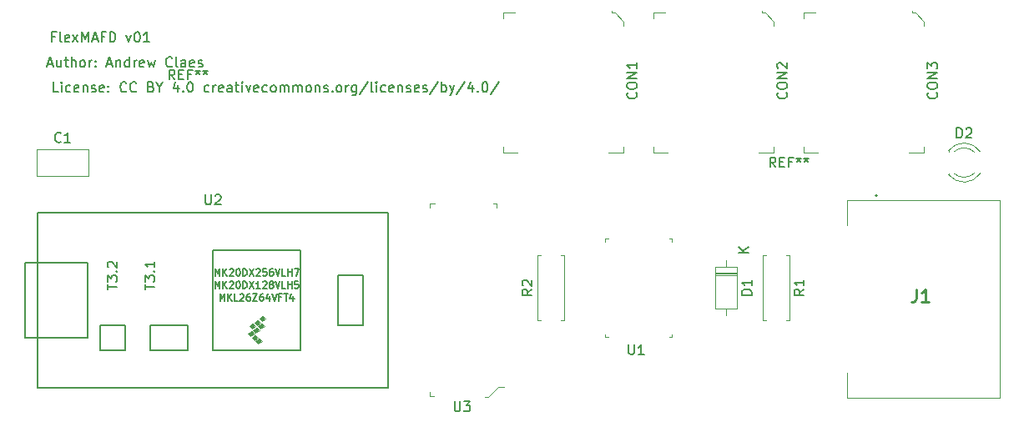
<source format=gto>
%TF.GenerationSoftware,KiCad,Pcbnew,(5.1.8-0-10_14)*%
%TF.CreationDate,2020-12-14T15:32:48+01:00*%
%TF.ProjectId,FlexMAFD,466c6578-4d41-4464-942e-6b696361645f,rev?*%
%TF.SameCoordinates,Original*%
%TF.FileFunction,Legend,Top*%
%TF.FilePolarity,Positive*%
%FSLAX46Y46*%
G04 Gerber Fmt 4.6, Leading zero omitted, Abs format (unit mm)*
G04 Created by KiCad (PCBNEW (5.1.8-0-10_14)) date 2020-12-14 15:32:48*
%MOMM*%
%LPD*%
G01*
G04 APERTURE LIST*
%ADD10C,0.150000*%
%ADD11C,0.120000*%
%ADD12C,0.100000*%
%ADD13C,0.200000*%
%ADD14C,0.254000*%
G04 APERTURE END LIST*
D10*
X30022380Y-52522380D02*
X29546190Y-52522380D01*
X29546190Y-51522380D01*
X30355714Y-52522380D02*
X30355714Y-51855714D01*
X30355714Y-51522380D02*
X30308095Y-51570000D01*
X30355714Y-51617619D01*
X30403333Y-51570000D01*
X30355714Y-51522380D01*
X30355714Y-51617619D01*
X31260476Y-52474761D02*
X31165238Y-52522380D01*
X30974761Y-52522380D01*
X30879523Y-52474761D01*
X30831904Y-52427142D01*
X30784285Y-52331904D01*
X30784285Y-52046190D01*
X30831904Y-51950952D01*
X30879523Y-51903333D01*
X30974761Y-51855714D01*
X31165238Y-51855714D01*
X31260476Y-51903333D01*
X32070000Y-52474761D02*
X31974761Y-52522380D01*
X31784285Y-52522380D01*
X31689047Y-52474761D01*
X31641428Y-52379523D01*
X31641428Y-51998571D01*
X31689047Y-51903333D01*
X31784285Y-51855714D01*
X31974761Y-51855714D01*
X32070000Y-51903333D01*
X32117619Y-51998571D01*
X32117619Y-52093809D01*
X31641428Y-52189047D01*
X32546190Y-51855714D02*
X32546190Y-52522380D01*
X32546190Y-51950952D02*
X32593809Y-51903333D01*
X32689047Y-51855714D01*
X32831904Y-51855714D01*
X32927142Y-51903333D01*
X32974761Y-51998571D01*
X32974761Y-52522380D01*
X33403333Y-52474761D02*
X33498571Y-52522380D01*
X33689047Y-52522380D01*
X33784285Y-52474761D01*
X33831904Y-52379523D01*
X33831904Y-52331904D01*
X33784285Y-52236666D01*
X33689047Y-52189047D01*
X33546190Y-52189047D01*
X33450952Y-52141428D01*
X33403333Y-52046190D01*
X33403333Y-51998571D01*
X33450952Y-51903333D01*
X33546190Y-51855714D01*
X33689047Y-51855714D01*
X33784285Y-51903333D01*
X34641428Y-52474761D02*
X34546190Y-52522380D01*
X34355714Y-52522380D01*
X34260476Y-52474761D01*
X34212857Y-52379523D01*
X34212857Y-51998571D01*
X34260476Y-51903333D01*
X34355714Y-51855714D01*
X34546190Y-51855714D01*
X34641428Y-51903333D01*
X34689047Y-51998571D01*
X34689047Y-52093809D01*
X34212857Y-52189047D01*
X35117619Y-52427142D02*
X35165238Y-52474761D01*
X35117619Y-52522380D01*
X35070000Y-52474761D01*
X35117619Y-52427142D01*
X35117619Y-52522380D01*
X35117619Y-51903333D02*
X35165238Y-51950952D01*
X35117619Y-51998571D01*
X35070000Y-51950952D01*
X35117619Y-51903333D01*
X35117619Y-51998571D01*
X36927142Y-52427142D02*
X36879523Y-52474761D01*
X36736666Y-52522380D01*
X36641428Y-52522380D01*
X36498571Y-52474761D01*
X36403333Y-52379523D01*
X36355714Y-52284285D01*
X36308095Y-52093809D01*
X36308095Y-51950952D01*
X36355714Y-51760476D01*
X36403333Y-51665238D01*
X36498571Y-51570000D01*
X36641428Y-51522380D01*
X36736666Y-51522380D01*
X36879523Y-51570000D01*
X36927142Y-51617619D01*
X37927142Y-52427142D02*
X37879523Y-52474761D01*
X37736666Y-52522380D01*
X37641428Y-52522380D01*
X37498571Y-52474761D01*
X37403333Y-52379523D01*
X37355714Y-52284285D01*
X37308095Y-52093809D01*
X37308095Y-51950952D01*
X37355714Y-51760476D01*
X37403333Y-51665238D01*
X37498571Y-51570000D01*
X37641428Y-51522380D01*
X37736666Y-51522380D01*
X37879523Y-51570000D01*
X37927142Y-51617619D01*
X39450952Y-51998571D02*
X39593809Y-52046190D01*
X39641428Y-52093809D01*
X39689047Y-52189047D01*
X39689047Y-52331904D01*
X39641428Y-52427142D01*
X39593809Y-52474761D01*
X39498571Y-52522380D01*
X39117619Y-52522380D01*
X39117619Y-51522380D01*
X39450952Y-51522380D01*
X39546190Y-51570000D01*
X39593809Y-51617619D01*
X39641428Y-51712857D01*
X39641428Y-51808095D01*
X39593809Y-51903333D01*
X39546190Y-51950952D01*
X39450952Y-51998571D01*
X39117619Y-51998571D01*
X40308095Y-52046190D02*
X40308095Y-52522380D01*
X39974761Y-51522380D02*
X40308095Y-52046190D01*
X40641428Y-51522380D01*
X42165238Y-51855714D02*
X42165238Y-52522380D01*
X41927142Y-51474761D02*
X41689047Y-52189047D01*
X42308095Y-52189047D01*
X42689047Y-52427142D02*
X42736666Y-52474761D01*
X42689047Y-52522380D01*
X42641428Y-52474761D01*
X42689047Y-52427142D01*
X42689047Y-52522380D01*
X43355714Y-51522380D02*
X43450952Y-51522380D01*
X43546190Y-51570000D01*
X43593809Y-51617619D01*
X43641428Y-51712857D01*
X43689047Y-51903333D01*
X43689047Y-52141428D01*
X43641428Y-52331904D01*
X43593809Y-52427142D01*
X43546190Y-52474761D01*
X43450952Y-52522380D01*
X43355714Y-52522380D01*
X43260476Y-52474761D01*
X43212857Y-52427142D01*
X43165238Y-52331904D01*
X43117619Y-52141428D01*
X43117619Y-51903333D01*
X43165238Y-51712857D01*
X43212857Y-51617619D01*
X43260476Y-51570000D01*
X43355714Y-51522380D01*
X45308095Y-52474761D02*
X45212857Y-52522380D01*
X45022380Y-52522380D01*
X44927142Y-52474761D01*
X44879523Y-52427142D01*
X44831904Y-52331904D01*
X44831904Y-52046190D01*
X44879523Y-51950952D01*
X44927142Y-51903333D01*
X45022380Y-51855714D01*
X45212857Y-51855714D01*
X45308095Y-51903333D01*
X45736666Y-52522380D02*
X45736666Y-51855714D01*
X45736666Y-52046190D02*
X45784285Y-51950952D01*
X45831904Y-51903333D01*
X45927142Y-51855714D01*
X46022380Y-51855714D01*
X46736666Y-52474761D02*
X46641428Y-52522380D01*
X46450952Y-52522380D01*
X46355714Y-52474761D01*
X46308095Y-52379523D01*
X46308095Y-51998571D01*
X46355714Y-51903333D01*
X46450952Y-51855714D01*
X46641428Y-51855714D01*
X46736666Y-51903333D01*
X46784285Y-51998571D01*
X46784285Y-52093809D01*
X46308095Y-52189047D01*
X47641428Y-52522380D02*
X47641428Y-51998571D01*
X47593809Y-51903333D01*
X47498571Y-51855714D01*
X47308095Y-51855714D01*
X47212857Y-51903333D01*
X47641428Y-52474761D02*
X47546190Y-52522380D01*
X47308095Y-52522380D01*
X47212857Y-52474761D01*
X47165238Y-52379523D01*
X47165238Y-52284285D01*
X47212857Y-52189047D01*
X47308095Y-52141428D01*
X47546190Y-52141428D01*
X47641428Y-52093809D01*
X47974761Y-51855714D02*
X48355714Y-51855714D01*
X48117619Y-51522380D02*
X48117619Y-52379523D01*
X48165238Y-52474761D01*
X48260476Y-52522380D01*
X48355714Y-52522380D01*
X48689047Y-52522380D02*
X48689047Y-51855714D01*
X48689047Y-51522380D02*
X48641428Y-51570000D01*
X48689047Y-51617619D01*
X48736666Y-51570000D01*
X48689047Y-51522380D01*
X48689047Y-51617619D01*
X49070000Y-51855714D02*
X49308095Y-52522380D01*
X49546190Y-51855714D01*
X50308095Y-52474761D02*
X50212857Y-52522380D01*
X50022380Y-52522380D01*
X49927142Y-52474761D01*
X49879523Y-52379523D01*
X49879523Y-51998571D01*
X49927142Y-51903333D01*
X50022380Y-51855714D01*
X50212857Y-51855714D01*
X50308095Y-51903333D01*
X50355714Y-51998571D01*
X50355714Y-52093809D01*
X49879523Y-52189047D01*
X51212857Y-52474761D02*
X51117619Y-52522380D01*
X50927142Y-52522380D01*
X50831904Y-52474761D01*
X50784285Y-52427142D01*
X50736666Y-52331904D01*
X50736666Y-52046190D01*
X50784285Y-51950952D01*
X50831904Y-51903333D01*
X50927142Y-51855714D01*
X51117619Y-51855714D01*
X51212857Y-51903333D01*
X51784285Y-52522380D02*
X51689047Y-52474761D01*
X51641428Y-52427142D01*
X51593809Y-52331904D01*
X51593809Y-52046190D01*
X51641428Y-51950952D01*
X51689047Y-51903333D01*
X51784285Y-51855714D01*
X51927142Y-51855714D01*
X52022380Y-51903333D01*
X52070000Y-51950952D01*
X52117619Y-52046190D01*
X52117619Y-52331904D01*
X52070000Y-52427142D01*
X52022380Y-52474761D01*
X51927142Y-52522380D01*
X51784285Y-52522380D01*
X52546190Y-52522380D02*
X52546190Y-51855714D01*
X52546190Y-51950952D02*
X52593809Y-51903333D01*
X52689047Y-51855714D01*
X52831904Y-51855714D01*
X52927142Y-51903333D01*
X52974761Y-51998571D01*
X52974761Y-52522380D01*
X52974761Y-51998571D02*
X53022380Y-51903333D01*
X53117619Y-51855714D01*
X53260476Y-51855714D01*
X53355714Y-51903333D01*
X53403333Y-51998571D01*
X53403333Y-52522380D01*
X53879523Y-52522380D02*
X53879523Y-51855714D01*
X53879523Y-51950952D02*
X53927142Y-51903333D01*
X54022380Y-51855714D01*
X54165238Y-51855714D01*
X54260476Y-51903333D01*
X54308095Y-51998571D01*
X54308095Y-52522380D01*
X54308095Y-51998571D02*
X54355714Y-51903333D01*
X54450952Y-51855714D01*
X54593809Y-51855714D01*
X54689047Y-51903333D01*
X54736666Y-51998571D01*
X54736666Y-52522380D01*
X55355714Y-52522380D02*
X55260476Y-52474761D01*
X55212857Y-52427142D01*
X55165238Y-52331904D01*
X55165238Y-52046190D01*
X55212857Y-51950952D01*
X55260476Y-51903333D01*
X55355714Y-51855714D01*
X55498571Y-51855714D01*
X55593809Y-51903333D01*
X55641428Y-51950952D01*
X55689047Y-52046190D01*
X55689047Y-52331904D01*
X55641428Y-52427142D01*
X55593809Y-52474761D01*
X55498571Y-52522380D01*
X55355714Y-52522380D01*
X56117619Y-51855714D02*
X56117619Y-52522380D01*
X56117619Y-51950952D02*
X56165238Y-51903333D01*
X56260476Y-51855714D01*
X56403333Y-51855714D01*
X56498571Y-51903333D01*
X56546190Y-51998571D01*
X56546190Y-52522380D01*
X56974761Y-52474761D02*
X57070000Y-52522380D01*
X57260476Y-52522380D01*
X57355714Y-52474761D01*
X57403333Y-52379523D01*
X57403333Y-52331904D01*
X57355714Y-52236666D01*
X57260476Y-52189047D01*
X57117619Y-52189047D01*
X57022380Y-52141428D01*
X56974761Y-52046190D01*
X56974761Y-51998571D01*
X57022380Y-51903333D01*
X57117619Y-51855714D01*
X57260476Y-51855714D01*
X57355714Y-51903333D01*
X57831904Y-52427142D02*
X57879523Y-52474761D01*
X57831904Y-52522380D01*
X57784285Y-52474761D01*
X57831904Y-52427142D01*
X57831904Y-52522380D01*
X58450952Y-52522380D02*
X58355714Y-52474761D01*
X58308095Y-52427142D01*
X58260476Y-52331904D01*
X58260476Y-52046190D01*
X58308095Y-51950952D01*
X58355714Y-51903333D01*
X58450952Y-51855714D01*
X58593809Y-51855714D01*
X58689047Y-51903333D01*
X58736666Y-51950952D01*
X58784285Y-52046190D01*
X58784285Y-52331904D01*
X58736666Y-52427142D01*
X58689047Y-52474761D01*
X58593809Y-52522380D01*
X58450952Y-52522380D01*
X59212857Y-52522380D02*
X59212857Y-51855714D01*
X59212857Y-52046190D02*
X59260476Y-51950952D01*
X59308095Y-51903333D01*
X59403333Y-51855714D01*
X59498571Y-51855714D01*
X60260476Y-51855714D02*
X60260476Y-52665238D01*
X60212857Y-52760476D01*
X60165238Y-52808095D01*
X60070000Y-52855714D01*
X59927142Y-52855714D01*
X59831904Y-52808095D01*
X60260476Y-52474761D02*
X60165238Y-52522380D01*
X59974761Y-52522380D01*
X59879523Y-52474761D01*
X59831904Y-52427142D01*
X59784285Y-52331904D01*
X59784285Y-52046190D01*
X59831904Y-51950952D01*
X59879523Y-51903333D01*
X59974761Y-51855714D01*
X60165238Y-51855714D01*
X60260476Y-51903333D01*
X61450952Y-51474761D02*
X60593809Y-52760476D01*
X61927142Y-52522380D02*
X61831904Y-52474761D01*
X61784285Y-52379523D01*
X61784285Y-51522380D01*
X62308095Y-52522380D02*
X62308095Y-51855714D01*
X62308095Y-51522380D02*
X62260476Y-51570000D01*
X62308095Y-51617619D01*
X62355714Y-51570000D01*
X62308095Y-51522380D01*
X62308095Y-51617619D01*
X63212857Y-52474761D02*
X63117619Y-52522380D01*
X62927142Y-52522380D01*
X62831904Y-52474761D01*
X62784285Y-52427142D01*
X62736666Y-52331904D01*
X62736666Y-52046190D01*
X62784285Y-51950952D01*
X62831904Y-51903333D01*
X62927142Y-51855714D01*
X63117619Y-51855714D01*
X63212857Y-51903333D01*
X64022380Y-52474761D02*
X63927142Y-52522380D01*
X63736666Y-52522380D01*
X63641428Y-52474761D01*
X63593809Y-52379523D01*
X63593809Y-51998571D01*
X63641428Y-51903333D01*
X63736666Y-51855714D01*
X63927142Y-51855714D01*
X64022380Y-51903333D01*
X64069999Y-51998571D01*
X64069999Y-52093809D01*
X63593809Y-52189047D01*
X64498571Y-51855714D02*
X64498571Y-52522380D01*
X64498571Y-51950952D02*
X64546190Y-51903333D01*
X64641428Y-51855714D01*
X64784285Y-51855714D01*
X64879523Y-51903333D01*
X64927142Y-51998571D01*
X64927142Y-52522380D01*
X65355714Y-52474761D02*
X65450952Y-52522380D01*
X65641428Y-52522380D01*
X65736666Y-52474761D01*
X65784285Y-52379523D01*
X65784285Y-52331904D01*
X65736666Y-52236666D01*
X65641428Y-52189047D01*
X65498571Y-52189047D01*
X65403333Y-52141428D01*
X65355714Y-52046190D01*
X65355714Y-51998571D01*
X65403333Y-51903333D01*
X65498571Y-51855714D01*
X65641428Y-51855714D01*
X65736666Y-51903333D01*
X66593809Y-52474761D02*
X66498571Y-52522380D01*
X66308095Y-52522380D01*
X66212857Y-52474761D01*
X66165238Y-52379523D01*
X66165238Y-51998571D01*
X66212857Y-51903333D01*
X66308095Y-51855714D01*
X66498571Y-51855714D01*
X66593809Y-51903333D01*
X66641428Y-51998571D01*
X66641428Y-52093809D01*
X66165238Y-52189047D01*
X67022380Y-52474761D02*
X67117619Y-52522380D01*
X67308095Y-52522380D01*
X67403333Y-52474761D01*
X67450952Y-52379523D01*
X67450952Y-52331904D01*
X67403333Y-52236666D01*
X67308095Y-52189047D01*
X67165238Y-52189047D01*
X67069999Y-52141428D01*
X67022380Y-52046190D01*
X67022380Y-51998571D01*
X67069999Y-51903333D01*
X67165238Y-51855714D01*
X67308095Y-51855714D01*
X67403333Y-51903333D01*
X68593809Y-51474761D02*
X67736666Y-52760476D01*
X68927142Y-52522380D02*
X68927142Y-51522380D01*
X68927142Y-51903333D02*
X69022380Y-51855714D01*
X69212857Y-51855714D01*
X69308095Y-51903333D01*
X69355714Y-51950952D01*
X69403333Y-52046190D01*
X69403333Y-52331904D01*
X69355714Y-52427142D01*
X69308095Y-52474761D01*
X69212857Y-52522380D01*
X69022380Y-52522380D01*
X68927142Y-52474761D01*
X69736666Y-51855714D02*
X69974761Y-52522380D01*
X70212857Y-51855714D02*
X69974761Y-52522380D01*
X69879523Y-52760476D01*
X69831904Y-52808095D01*
X69736666Y-52855714D01*
X71308095Y-51474761D02*
X70450952Y-52760476D01*
X72069999Y-51855714D02*
X72069999Y-52522380D01*
X71831904Y-51474761D02*
X71593809Y-52189047D01*
X72212857Y-52189047D01*
X72593809Y-52427142D02*
X72641428Y-52474761D01*
X72593809Y-52522380D01*
X72546190Y-52474761D01*
X72593809Y-52427142D01*
X72593809Y-52522380D01*
X73260476Y-51522380D02*
X73355714Y-51522380D01*
X73450952Y-51570000D01*
X73498571Y-51617619D01*
X73546190Y-51712857D01*
X73593809Y-51903333D01*
X73593809Y-52141428D01*
X73546190Y-52331904D01*
X73498571Y-52427142D01*
X73450952Y-52474761D01*
X73355714Y-52522380D01*
X73260476Y-52522380D01*
X73165238Y-52474761D01*
X73117619Y-52427142D01*
X73069999Y-52331904D01*
X73022380Y-52141428D01*
X73022380Y-51903333D01*
X73069999Y-51712857D01*
X73117619Y-51617619D01*
X73165238Y-51570000D01*
X73260476Y-51522380D01*
X74736666Y-51474761D02*
X73879523Y-52760476D01*
X28996666Y-49696666D02*
X29472857Y-49696666D01*
X28901428Y-49982380D02*
X29234761Y-48982380D01*
X29568095Y-49982380D01*
X30330000Y-49315714D02*
X30330000Y-49982380D01*
X29901428Y-49315714D02*
X29901428Y-49839523D01*
X29949047Y-49934761D01*
X30044285Y-49982380D01*
X30187142Y-49982380D01*
X30282380Y-49934761D01*
X30330000Y-49887142D01*
X30663333Y-49315714D02*
X31044285Y-49315714D01*
X30806190Y-48982380D02*
X30806190Y-49839523D01*
X30853809Y-49934761D01*
X30949047Y-49982380D01*
X31044285Y-49982380D01*
X31377619Y-49982380D02*
X31377619Y-48982380D01*
X31806190Y-49982380D02*
X31806190Y-49458571D01*
X31758571Y-49363333D01*
X31663333Y-49315714D01*
X31520476Y-49315714D01*
X31425238Y-49363333D01*
X31377619Y-49410952D01*
X32425238Y-49982380D02*
X32330000Y-49934761D01*
X32282380Y-49887142D01*
X32234761Y-49791904D01*
X32234761Y-49506190D01*
X32282380Y-49410952D01*
X32330000Y-49363333D01*
X32425238Y-49315714D01*
X32568095Y-49315714D01*
X32663333Y-49363333D01*
X32710952Y-49410952D01*
X32758571Y-49506190D01*
X32758571Y-49791904D01*
X32710952Y-49887142D01*
X32663333Y-49934761D01*
X32568095Y-49982380D01*
X32425238Y-49982380D01*
X33187142Y-49982380D02*
X33187142Y-49315714D01*
X33187142Y-49506190D02*
X33234761Y-49410952D01*
X33282380Y-49363333D01*
X33377619Y-49315714D01*
X33472857Y-49315714D01*
X33806190Y-49887142D02*
X33853809Y-49934761D01*
X33806190Y-49982380D01*
X33758571Y-49934761D01*
X33806190Y-49887142D01*
X33806190Y-49982380D01*
X33806190Y-49363333D02*
X33853809Y-49410952D01*
X33806190Y-49458571D01*
X33758571Y-49410952D01*
X33806190Y-49363333D01*
X33806190Y-49458571D01*
X34996666Y-49696666D02*
X35472857Y-49696666D01*
X34901428Y-49982380D02*
X35234761Y-48982380D01*
X35568095Y-49982380D01*
X35901428Y-49315714D02*
X35901428Y-49982380D01*
X35901428Y-49410952D02*
X35949047Y-49363333D01*
X36044285Y-49315714D01*
X36187142Y-49315714D01*
X36282380Y-49363333D01*
X36330000Y-49458571D01*
X36330000Y-49982380D01*
X37234761Y-49982380D02*
X37234761Y-48982380D01*
X37234761Y-49934761D02*
X37139523Y-49982380D01*
X36949047Y-49982380D01*
X36853809Y-49934761D01*
X36806190Y-49887142D01*
X36758571Y-49791904D01*
X36758571Y-49506190D01*
X36806190Y-49410952D01*
X36853809Y-49363333D01*
X36949047Y-49315714D01*
X37139523Y-49315714D01*
X37234761Y-49363333D01*
X37710952Y-49982380D02*
X37710952Y-49315714D01*
X37710952Y-49506190D02*
X37758571Y-49410952D01*
X37806190Y-49363333D01*
X37901428Y-49315714D01*
X37996666Y-49315714D01*
X38710952Y-49934761D02*
X38615714Y-49982380D01*
X38425238Y-49982380D01*
X38330000Y-49934761D01*
X38282380Y-49839523D01*
X38282380Y-49458571D01*
X38330000Y-49363333D01*
X38425238Y-49315714D01*
X38615714Y-49315714D01*
X38710952Y-49363333D01*
X38758571Y-49458571D01*
X38758571Y-49553809D01*
X38282380Y-49649047D01*
X39091904Y-49315714D02*
X39282380Y-49982380D01*
X39472857Y-49506190D01*
X39663333Y-49982380D01*
X39853809Y-49315714D01*
X41568095Y-49887142D02*
X41520476Y-49934761D01*
X41377619Y-49982380D01*
X41282380Y-49982380D01*
X41139523Y-49934761D01*
X41044285Y-49839523D01*
X40996666Y-49744285D01*
X40949047Y-49553809D01*
X40949047Y-49410952D01*
X40996666Y-49220476D01*
X41044285Y-49125238D01*
X41139523Y-49030000D01*
X41282380Y-48982380D01*
X41377619Y-48982380D01*
X41520476Y-49030000D01*
X41568095Y-49077619D01*
X42139523Y-49982380D02*
X42044285Y-49934761D01*
X41996666Y-49839523D01*
X41996666Y-48982380D01*
X42949047Y-49982380D02*
X42949047Y-49458571D01*
X42901428Y-49363333D01*
X42806190Y-49315714D01*
X42615714Y-49315714D01*
X42520476Y-49363333D01*
X42949047Y-49934761D02*
X42853809Y-49982380D01*
X42615714Y-49982380D01*
X42520476Y-49934761D01*
X42472857Y-49839523D01*
X42472857Y-49744285D01*
X42520476Y-49649047D01*
X42615714Y-49601428D01*
X42853809Y-49601428D01*
X42949047Y-49553809D01*
X43806190Y-49934761D02*
X43710952Y-49982380D01*
X43520476Y-49982380D01*
X43425238Y-49934761D01*
X43377619Y-49839523D01*
X43377619Y-49458571D01*
X43425238Y-49363333D01*
X43520476Y-49315714D01*
X43710952Y-49315714D01*
X43806190Y-49363333D01*
X43853809Y-49458571D01*
X43853809Y-49553809D01*
X43377619Y-49649047D01*
X44234761Y-49934761D02*
X44330000Y-49982380D01*
X44520476Y-49982380D01*
X44615714Y-49934761D01*
X44663333Y-49839523D01*
X44663333Y-49791904D01*
X44615714Y-49696666D01*
X44520476Y-49649047D01*
X44377619Y-49649047D01*
X44282380Y-49601428D01*
X44234761Y-49506190D01*
X44234761Y-49458571D01*
X44282380Y-49363333D01*
X44377619Y-49315714D01*
X44520476Y-49315714D01*
X44615714Y-49363333D01*
X29694761Y-46918571D02*
X29361428Y-46918571D01*
X29361428Y-47442380D02*
X29361428Y-46442380D01*
X29837619Y-46442380D01*
X30361428Y-47442380D02*
X30266190Y-47394761D01*
X30218571Y-47299523D01*
X30218571Y-46442380D01*
X31123333Y-47394761D02*
X31028095Y-47442380D01*
X30837619Y-47442380D01*
X30742380Y-47394761D01*
X30694761Y-47299523D01*
X30694761Y-46918571D01*
X30742380Y-46823333D01*
X30837619Y-46775714D01*
X31028095Y-46775714D01*
X31123333Y-46823333D01*
X31170952Y-46918571D01*
X31170952Y-47013809D01*
X30694761Y-47109047D01*
X31504285Y-47442380D02*
X32028095Y-46775714D01*
X31504285Y-46775714D02*
X32028095Y-47442380D01*
X32409047Y-47442380D02*
X32409047Y-46442380D01*
X32742380Y-47156666D01*
X33075714Y-46442380D01*
X33075714Y-47442380D01*
X33504285Y-47156666D02*
X33980476Y-47156666D01*
X33409047Y-47442380D02*
X33742380Y-46442380D01*
X34075714Y-47442380D01*
X34742380Y-46918571D02*
X34409047Y-46918571D01*
X34409047Y-47442380D02*
X34409047Y-46442380D01*
X34885238Y-46442380D01*
X35266190Y-47442380D02*
X35266190Y-46442380D01*
X35504285Y-46442380D01*
X35647142Y-46490000D01*
X35742380Y-46585238D01*
X35790000Y-46680476D01*
X35837619Y-46870952D01*
X35837619Y-47013809D01*
X35790000Y-47204285D01*
X35742380Y-47299523D01*
X35647142Y-47394761D01*
X35504285Y-47442380D01*
X35266190Y-47442380D01*
X36932857Y-46775714D02*
X37170952Y-47442380D01*
X37409047Y-46775714D01*
X37980476Y-46442380D02*
X38075714Y-46442380D01*
X38170952Y-46490000D01*
X38218571Y-46537619D01*
X38266190Y-46632857D01*
X38313809Y-46823333D01*
X38313809Y-47061428D01*
X38266190Y-47251904D01*
X38218571Y-47347142D01*
X38170952Y-47394761D01*
X38075714Y-47442380D01*
X37980476Y-47442380D01*
X37885238Y-47394761D01*
X37837619Y-47347142D01*
X37790000Y-47251904D01*
X37742380Y-47061428D01*
X37742380Y-46823333D01*
X37790000Y-46632857D01*
X37837619Y-46537619D01*
X37885238Y-46490000D01*
X37980476Y-46442380D01*
X39266190Y-47442380D02*
X38694761Y-47442380D01*
X38980476Y-47442380D02*
X38980476Y-46442380D01*
X38885238Y-46585238D01*
X38790000Y-46680476D01*
X38694761Y-46728095D01*
D11*
%TO.C,C1*%
X33080000Y-58320000D02*
X33080000Y-61060000D01*
X27840000Y-58320000D02*
X27840000Y-61060000D01*
X27840000Y-61060000D02*
X33080000Y-61060000D01*
X27840000Y-58320000D02*
X33080000Y-58320000D01*
D12*
%TO.C,CON1*%
X86180000Y-44480000D02*
X86180000Y-44280000D01*
X86480000Y-44480000D02*
X86180000Y-44480000D01*
X87380000Y-45380000D02*
X86480000Y-44480000D01*
X87380000Y-45780000D02*
X87380000Y-45380000D01*
X87380000Y-58680000D02*
X85880000Y-58680000D01*
X87380000Y-58080000D02*
X87380000Y-58680000D01*
X75180000Y-58680000D02*
X76580000Y-58680000D01*
X75180000Y-58080000D02*
X75180000Y-58680000D01*
X75180000Y-44480000D02*
X76380000Y-44480000D01*
X75180000Y-45080000D02*
X75180000Y-44480000D01*
%TO.C,CON2*%
X90420000Y-45080000D02*
X90420000Y-44480000D01*
X90420000Y-44480000D02*
X91620000Y-44480000D01*
X90420000Y-58080000D02*
X90420000Y-58680000D01*
X90420000Y-58680000D02*
X91820000Y-58680000D01*
X102620000Y-58080000D02*
X102620000Y-58680000D01*
X102620000Y-58680000D02*
X101120000Y-58680000D01*
X102620000Y-45780000D02*
X102620000Y-45380000D01*
X102620000Y-45380000D02*
X101720000Y-44480000D01*
X101720000Y-44480000D02*
X101420000Y-44480000D01*
X101420000Y-44480000D02*
X101420000Y-44280000D01*
%TO.C,CON3*%
X116660000Y-44480000D02*
X116660000Y-44280000D01*
X116960000Y-44480000D02*
X116660000Y-44480000D01*
X117860000Y-45380000D02*
X116960000Y-44480000D01*
X117860000Y-45780000D02*
X117860000Y-45380000D01*
X117860000Y-58680000D02*
X116360000Y-58680000D01*
X117860000Y-58080000D02*
X117860000Y-58680000D01*
X105660000Y-58680000D02*
X107060000Y-58680000D01*
X105660000Y-58080000D02*
X105660000Y-58680000D01*
X105660000Y-44480000D02*
X106860000Y-44480000D01*
X105660000Y-45080000D02*
X105660000Y-44480000D01*
D11*
%TO.C,D1*%
X98910000Y-70870000D02*
X96670000Y-70870000D01*
X98910000Y-71110000D02*
X96670000Y-71110000D01*
X98910000Y-70990000D02*
X96670000Y-70990000D01*
X97790000Y-75160000D02*
X97790000Y-74510000D01*
X97790000Y-69620000D02*
X97790000Y-70270000D01*
X98910000Y-74510000D02*
X98910000Y-70270000D01*
X96670000Y-74510000D02*
X98910000Y-74510000D01*
X96670000Y-70270000D02*
X96670000Y-74510000D01*
X98910000Y-70270000D02*
X96670000Y-70270000D01*
%TO.C,D2*%
X120360000Y-60770000D02*
X120360000Y-60926000D01*
X120360000Y-58454000D02*
X120360000Y-58610000D01*
X123592335Y-58611392D02*
G75*
G03*
X120360000Y-58454484I-1672335J-1078608D01*
G01*
X123592335Y-60768608D02*
G75*
G02*
X120360000Y-60925516I-1672335J1078608D01*
G01*
X122961130Y-58610163D02*
G75*
G03*
X120879039Y-58610000I-1041130J-1079837D01*
G01*
X122961130Y-60769837D02*
G75*
G02*
X120879039Y-60770000I-1041130J1079837D01*
G01*
D13*
%TO.C,J1*%
X112930000Y-63040000D02*
X112930000Y-63040000D01*
X113130000Y-63040000D02*
X113130000Y-63040000D01*
D12*
X110030000Y-63545000D02*
X110030000Y-66045000D01*
X125530000Y-63545000D02*
X110030000Y-63545000D01*
X125530000Y-83545000D02*
X125530000Y-63545000D01*
X110030000Y-83545000D02*
X125530000Y-83545000D01*
X110030000Y-81050000D02*
X110030000Y-83545000D01*
D13*
X112930000Y-63040000D02*
G75*
G03*
X113130000Y-63040000I100000J0D01*
G01*
X113130000Y-63040000D02*
G75*
G03*
X112930000Y-63040000I-100000J0D01*
G01*
D11*
%TO.C,R1*%
X101500000Y-75660000D02*
X101830000Y-75660000D01*
X101500000Y-69120000D02*
X101500000Y-75660000D01*
X101830000Y-69120000D02*
X101500000Y-69120000D01*
X104240000Y-75660000D02*
X103910000Y-75660000D01*
X104240000Y-69120000D02*
X104240000Y-75660000D01*
X103910000Y-69120000D02*
X104240000Y-69120000D01*
%TO.C,R2*%
X78970000Y-75660000D02*
X78640000Y-75660000D01*
X78640000Y-75660000D02*
X78640000Y-69120000D01*
X78640000Y-69120000D02*
X78970000Y-69120000D01*
X81050000Y-75660000D02*
X81380000Y-75660000D01*
X81380000Y-75660000D02*
X81380000Y-69120000D01*
X81380000Y-69120000D02*
X81050000Y-69120000D01*
D12*
%TO.C,U1*%
X92310000Y-67400000D02*
X92010000Y-67400000D01*
X92310000Y-67700000D02*
X92310000Y-67400000D01*
X85510000Y-67400000D02*
X85810000Y-67400000D01*
X85510000Y-67700000D02*
X85510000Y-67400000D01*
X85510000Y-77400000D02*
X85810000Y-77400000D01*
X85510000Y-77100000D02*
X85510000Y-77400000D01*
X92310000Y-77400000D02*
X92010000Y-77400000D01*
X92310000Y-77100000D02*
X92310000Y-77400000D01*
%TO.C,U2*%
G36*
X50546000Y-76581000D02*
G01*
X50292000Y-76327000D01*
X50673000Y-76073000D01*
X50927000Y-76327000D01*
X50546000Y-76581000D01*
G37*
X50546000Y-76581000D02*
X50292000Y-76327000D01*
X50673000Y-76073000D01*
X50927000Y-76327000D01*
X50546000Y-76581000D01*
G36*
X49530000Y-77343000D02*
G01*
X49276000Y-77089000D01*
X49657000Y-76835000D01*
X49911000Y-77089000D01*
X49530000Y-77343000D01*
G37*
X49530000Y-77343000D02*
X49276000Y-77089000D01*
X49657000Y-76835000D01*
X49911000Y-77089000D01*
X49530000Y-77343000D01*
G36*
X50292000Y-78105000D02*
G01*
X50038000Y-77851000D01*
X50419000Y-77597000D01*
X50673000Y-77851000D01*
X50292000Y-78105000D01*
G37*
X50292000Y-78105000D02*
X50038000Y-77851000D01*
X50419000Y-77597000D01*
X50673000Y-77851000D01*
X50292000Y-78105000D01*
G36*
X50165000Y-76200000D02*
G01*
X49911000Y-75946000D01*
X50292000Y-75692000D01*
X50546000Y-75946000D01*
X50165000Y-76200000D01*
G37*
X50165000Y-76200000D02*
X49911000Y-75946000D01*
X50292000Y-75692000D01*
X50546000Y-75946000D01*
X50165000Y-76200000D01*
G36*
X49911000Y-77724000D02*
G01*
X49657000Y-77470000D01*
X50038000Y-77216000D01*
X50292000Y-77470000D01*
X49911000Y-77724000D01*
G37*
X49911000Y-77724000D02*
X49657000Y-77470000D01*
X50038000Y-77216000D01*
X50292000Y-77470000D01*
X49911000Y-77724000D01*
G36*
X50673000Y-75819000D02*
G01*
X50419000Y-75565000D01*
X50800000Y-75311000D01*
X51054000Y-75565000D01*
X50673000Y-75819000D01*
G37*
X50673000Y-75819000D02*
X50419000Y-75565000D01*
X50800000Y-75311000D01*
X51054000Y-75565000D01*
X50673000Y-75819000D01*
G36*
X50038000Y-76962000D02*
G01*
X49784000Y-76708000D01*
X50165000Y-76454000D01*
X50419000Y-76708000D01*
X50038000Y-76962000D01*
G37*
X50038000Y-76962000D02*
X49784000Y-76708000D01*
X50165000Y-76454000D01*
X50419000Y-76708000D01*
X50038000Y-76962000D01*
G36*
X49657000Y-76581000D02*
G01*
X49403000Y-76327000D01*
X49784000Y-76073000D01*
X50038000Y-76327000D01*
X49657000Y-76581000D01*
G37*
X49657000Y-76581000D02*
X49403000Y-76327000D01*
X49784000Y-76073000D01*
X50038000Y-76327000D01*
X49657000Y-76581000D01*
D10*
X27940000Y-82550000D02*
X27940000Y-64770000D01*
X63500000Y-82550000D02*
X27940000Y-82550000D01*
X63500000Y-64770000D02*
X63500000Y-82550000D01*
X27940000Y-64770000D02*
X63500000Y-64770000D01*
X54610000Y-78740000D02*
X45720000Y-78740000D01*
X54610000Y-68580000D02*
X45720000Y-68580000D01*
X45720000Y-68580000D02*
X45720000Y-78740000D01*
X54610000Y-78740000D02*
X54610000Y-68580000D01*
X58420000Y-71120000D02*
X60960000Y-71120000D01*
X58420000Y-76200000D02*
X58420000Y-71120000D01*
X60960000Y-76200000D02*
X58420000Y-76200000D01*
X60960000Y-71120000D02*
X60960000Y-76200000D01*
X34290000Y-76200000D02*
X34290000Y-78740000D01*
X36830000Y-76200000D02*
X34290000Y-76200000D01*
X36830000Y-78740000D02*
X36830000Y-76200000D01*
X34290000Y-78740000D02*
X36830000Y-78740000D01*
X33020000Y-77470000D02*
X27940000Y-77470000D01*
X33020000Y-69850000D02*
X27940000Y-69850000D01*
X33020000Y-77470000D02*
X33020000Y-69850000D01*
X39370000Y-76200000D02*
X39370000Y-78740000D01*
X43180000Y-76200000D02*
X39370000Y-76200000D01*
X43180000Y-78740000D02*
X43180000Y-76200000D01*
X39370000Y-78740000D02*
X43180000Y-78740000D01*
X26670000Y-69850000D02*
X27940000Y-69850000D01*
X26670000Y-77470000D02*
X26670000Y-69850000D01*
X27940000Y-77470000D02*
X26670000Y-77470000D01*
D12*
%TO.C,U3*%
X74530000Y-63880000D02*
X74130000Y-63880000D01*
X74530000Y-64280000D02*
X74530000Y-63880000D01*
X67730000Y-63880000D02*
X67730000Y-64280000D01*
X68230000Y-63880000D02*
X67730000Y-63880000D01*
X67730000Y-83380000D02*
X68130000Y-83380000D01*
X67730000Y-82980000D02*
X67730000Y-83380000D01*
X73630000Y-83480000D02*
X74630000Y-82480000D01*
X73330000Y-83480000D02*
X73630000Y-83480000D01*
X74630000Y-82480000D02*
X75000000Y-82480000D01*
X75010000Y-82480000D02*
X75260000Y-82480000D01*
%TO.C,C1*%
D10*
X30293333Y-57547142D02*
X30245714Y-57594761D01*
X30102857Y-57642380D01*
X30007619Y-57642380D01*
X29864761Y-57594761D01*
X29769523Y-57499523D01*
X29721904Y-57404285D01*
X29674285Y-57213809D01*
X29674285Y-57070952D01*
X29721904Y-56880476D01*
X29769523Y-56785238D01*
X29864761Y-56690000D01*
X30007619Y-56642380D01*
X30102857Y-56642380D01*
X30245714Y-56690000D01*
X30293333Y-56737619D01*
X31245714Y-57642380D02*
X30674285Y-57642380D01*
X30960000Y-57642380D02*
X30960000Y-56642380D01*
X30864761Y-56785238D01*
X30769523Y-56880476D01*
X30674285Y-56928095D01*
%TO.C,CON1*%
X88637142Y-52594285D02*
X88684761Y-52641904D01*
X88732380Y-52784761D01*
X88732380Y-52880000D01*
X88684761Y-53022857D01*
X88589523Y-53118095D01*
X88494285Y-53165714D01*
X88303809Y-53213333D01*
X88160952Y-53213333D01*
X87970476Y-53165714D01*
X87875238Y-53118095D01*
X87780000Y-53022857D01*
X87732380Y-52880000D01*
X87732380Y-52784761D01*
X87780000Y-52641904D01*
X87827619Y-52594285D01*
X87732380Y-51975238D02*
X87732380Y-51784761D01*
X87780000Y-51689523D01*
X87875238Y-51594285D01*
X88065714Y-51546666D01*
X88399047Y-51546666D01*
X88589523Y-51594285D01*
X88684761Y-51689523D01*
X88732380Y-51784761D01*
X88732380Y-51975238D01*
X88684761Y-52070476D01*
X88589523Y-52165714D01*
X88399047Y-52213333D01*
X88065714Y-52213333D01*
X87875238Y-52165714D01*
X87780000Y-52070476D01*
X87732380Y-51975238D01*
X88732380Y-51118095D02*
X87732380Y-51118095D01*
X88732380Y-50546666D01*
X87732380Y-50546666D01*
X88732380Y-49546666D02*
X88732380Y-50118095D01*
X88732380Y-49832380D02*
X87732380Y-49832380D01*
X87875238Y-49927619D01*
X87970476Y-50022857D01*
X88018095Y-50118095D01*
%TO.C,CON2*%
X103877142Y-52594285D02*
X103924761Y-52641904D01*
X103972380Y-52784761D01*
X103972380Y-52880000D01*
X103924761Y-53022857D01*
X103829523Y-53118095D01*
X103734285Y-53165714D01*
X103543809Y-53213333D01*
X103400952Y-53213333D01*
X103210476Y-53165714D01*
X103115238Y-53118095D01*
X103020000Y-53022857D01*
X102972380Y-52880000D01*
X102972380Y-52784761D01*
X103020000Y-52641904D01*
X103067619Y-52594285D01*
X102972380Y-51975238D02*
X102972380Y-51784761D01*
X103020000Y-51689523D01*
X103115238Y-51594285D01*
X103305714Y-51546666D01*
X103639047Y-51546666D01*
X103829523Y-51594285D01*
X103924761Y-51689523D01*
X103972380Y-51784761D01*
X103972380Y-51975238D01*
X103924761Y-52070476D01*
X103829523Y-52165714D01*
X103639047Y-52213333D01*
X103305714Y-52213333D01*
X103115238Y-52165714D01*
X103020000Y-52070476D01*
X102972380Y-51975238D01*
X103972380Y-51118095D02*
X102972380Y-51118095D01*
X103972380Y-50546666D01*
X102972380Y-50546666D01*
X103067619Y-50118095D02*
X103020000Y-50070476D01*
X102972380Y-49975238D01*
X102972380Y-49737142D01*
X103020000Y-49641904D01*
X103067619Y-49594285D01*
X103162857Y-49546666D01*
X103258095Y-49546666D01*
X103400952Y-49594285D01*
X103972380Y-50165714D01*
X103972380Y-49546666D01*
%TO.C,CON3*%
X119117142Y-52594285D02*
X119164761Y-52641904D01*
X119212380Y-52784761D01*
X119212380Y-52880000D01*
X119164761Y-53022857D01*
X119069523Y-53118095D01*
X118974285Y-53165714D01*
X118783809Y-53213333D01*
X118640952Y-53213333D01*
X118450476Y-53165714D01*
X118355238Y-53118095D01*
X118260000Y-53022857D01*
X118212380Y-52880000D01*
X118212380Y-52784761D01*
X118260000Y-52641904D01*
X118307619Y-52594285D01*
X118212380Y-51975238D02*
X118212380Y-51784761D01*
X118260000Y-51689523D01*
X118355238Y-51594285D01*
X118545714Y-51546666D01*
X118879047Y-51546666D01*
X119069523Y-51594285D01*
X119164761Y-51689523D01*
X119212380Y-51784761D01*
X119212380Y-51975238D01*
X119164761Y-52070476D01*
X119069523Y-52165714D01*
X118879047Y-52213333D01*
X118545714Y-52213333D01*
X118355238Y-52165714D01*
X118260000Y-52070476D01*
X118212380Y-51975238D01*
X119212380Y-51118095D02*
X118212380Y-51118095D01*
X119212380Y-50546666D01*
X118212380Y-50546666D01*
X118212380Y-50165714D02*
X118212380Y-49546666D01*
X118593333Y-49880000D01*
X118593333Y-49737142D01*
X118640952Y-49641904D01*
X118688571Y-49594285D01*
X118783809Y-49546666D01*
X119021904Y-49546666D01*
X119117142Y-49594285D01*
X119164761Y-49641904D01*
X119212380Y-49737142D01*
X119212380Y-50022857D01*
X119164761Y-50118095D01*
X119117142Y-50165714D01*
%TO.C,D1*%
X100362380Y-73128095D02*
X99362380Y-73128095D01*
X99362380Y-72890000D01*
X99410000Y-72747142D01*
X99505238Y-72651904D01*
X99600476Y-72604285D01*
X99790952Y-72556666D01*
X99933809Y-72556666D01*
X100124285Y-72604285D01*
X100219523Y-72651904D01*
X100314761Y-72747142D01*
X100362380Y-72890000D01*
X100362380Y-73128095D01*
X100362380Y-71604285D02*
X100362380Y-72175714D01*
X100362380Y-71890000D02*
X99362380Y-71890000D01*
X99505238Y-71985238D01*
X99600476Y-72080476D01*
X99648095Y-72175714D01*
X100042380Y-68841904D02*
X99042380Y-68841904D01*
X100042380Y-68270476D02*
X99470952Y-68699047D01*
X99042380Y-68270476D02*
X99613809Y-68841904D01*
%TO.C,D2*%
X121181904Y-57182380D02*
X121181904Y-56182380D01*
X121420000Y-56182380D01*
X121562857Y-56230000D01*
X121658095Y-56325238D01*
X121705714Y-56420476D01*
X121753333Y-56610952D01*
X121753333Y-56753809D01*
X121705714Y-56944285D01*
X121658095Y-57039523D01*
X121562857Y-57134761D01*
X121420000Y-57182380D01*
X121181904Y-57182380D01*
X122134285Y-56277619D02*
X122181904Y-56230000D01*
X122277142Y-56182380D01*
X122515238Y-56182380D01*
X122610476Y-56230000D01*
X122658095Y-56277619D01*
X122705714Y-56372857D01*
X122705714Y-56468095D01*
X122658095Y-56610952D01*
X122086666Y-57182380D01*
X122705714Y-57182380D01*
%TO.C,J1*%
D14*
X117086666Y-72546523D02*
X117086666Y-73453666D01*
X117026190Y-73635095D01*
X116905238Y-73756047D01*
X116723809Y-73816523D01*
X116602857Y-73816523D01*
X118356666Y-73816523D02*
X117630952Y-73816523D01*
X117993809Y-73816523D02*
X117993809Y-72546523D01*
X117872857Y-72727952D01*
X117751904Y-72848904D01*
X117630952Y-72909380D01*
%TO.C,R1*%
D10*
X105692380Y-72556666D02*
X105216190Y-72890000D01*
X105692380Y-73128095D02*
X104692380Y-73128095D01*
X104692380Y-72747142D01*
X104740000Y-72651904D01*
X104787619Y-72604285D01*
X104882857Y-72556666D01*
X105025714Y-72556666D01*
X105120952Y-72604285D01*
X105168571Y-72651904D01*
X105216190Y-72747142D01*
X105216190Y-73128095D01*
X105692380Y-71604285D02*
X105692380Y-72175714D01*
X105692380Y-71890000D02*
X104692380Y-71890000D01*
X104835238Y-71985238D01*
X104930476Y-72080476D01*
X104978095Y-72175714D01*
%TO.C,R2*%
X78092380Y-72556666D02*
X77616190Y-72890000D01*
X78092380Y-73128095D02*
X77092380Y-73128095D01*
X77092380Y-72747142D01*
X77140000Y-72651904D01*
X77187619Y-72604285D01*
X77282857Y-72556666D01*
X77425714Y-72556666D01*
X77520952Y-72604285D01*
X77568571Y-72651904D01*
X77616190Y-72747142D01*
X77616190Y-73128095D01*
X77187619Y-72175714D02*
X77140000Y-72128095D01*
X77092380Y-72032857D01*
X77092380Y-71794761D01*
X77140000Y-71699523D01*
X77187619Y-71651904D01*
X77282857Y-71604285D01*
X77378095Y-71604285D01*
X77520952Y-71651904D01*
X78092380Y-72223333D01*
X78092380Y-71604285D01*
%TO.C,U1*%
X87898095Y-78172380D02*
X87898095Y-78981904D01*
X87945714Y-79077142D01*
X87993333Y-79124761D01*
X88088571Y-79172380D01*
X88279047Y-79172380D01*
X88374285Y-79124761D01*
X88421904Y-79077142D01*
X88469523Y-78981904D01*
X88469523Y-78172380D01*
X89469523Y-79172380D02*
X88898095Y-79172380D01*
X89183809Y-79172380D02*
X89183809Y-78172380D01*
X89088571Y-78315238D01*
X88993333Y-78410476D01*
X88898095Y-78458095D01*
%TO.C,U2*%
X44958095Y-62952380D02*
X44958095Y-63761904D01*
X45005714Y-63857142D01*
X45053333Y-63904761D01*
X45148571Y-63952380D01*
X45339047Y-63952380D01*
X45434285Y-63904761D01*
X45481904Y-63857142D01*
X45529523Y-63761904D01*
X45529523Y-62952380D01*
X45958095Y-63047619D02*
X46005714Y-63000000D01*
X46100952Y-62952380D01*
X46339047Y-62952380D01*
X46434285Y-63000000D01*
X46481904Y-63047619D01*
X46529523Y-63142857D01*
X46529523Y-63238095D01*
X46481904Y-63380952D01*
X45910476Y-63952380D01*
X46529523Y-63952380D01*
X35012380Y-72596190D02*
X35012380Y-72024761D01*
X36012380Y-72310476D02*
X35012380Y-72310476D01*
X35012380Y-71786666D02*
X35012380Y-71167619D01*
X35393333Y-71500952D01*
X35393333Y-71358095D01*
X35440952Y-71262857D01*
X35488571Y-71215238D01*
X35583809Y-71167619D01*
X35821904Y-71167619D01*
X35917142Y-71215238D01*
X35964761Y-71262857D01*
X36012380Y-71358095D01*
X36012380Y-71643809D01*
X35964761Y-71739047D01*
X35917142Y-71786666D01*
X35917142Y-70739047D02*
X35964761Y-70691428D01*
X36012380Y-70739047D01*
X35964761Y-70786666D01*
X35917142Y-70739047D01*
X36012380Y-70739047D01*
X35107619Y-70310476D02*
X35060000Y-70262857D01*
X35012380Y-70167619D01*
X35012380Y-69929523D01*
X35060000Y-69834285D01*
X35107619Y-69786666D01*
X35202857Y-69739047D01*
X35298095Y-69739047D01*
X35440952Y-69786666D01*
X36012380Y-70358095D01*
X36012380Y-69739047D01*
X38822380Y-72596190D02*
X38822380Y-72024761D01*
X39822380Y-72310476D02*
X38822380Y-72310476D01*
X38822380Y-71786666D02*
X38822380Y-71167619D01*
X39203333Y-71500952D01*
X39203333Y-71358095D01*
X39250952Y-71262857D01*
X39298571Y-71215238D01*
X39393809Y-71167619D01*
X39631904Y-71167619D01*
X39727142Y-71215238D01*
X39774761Y-71262857D01*
X39822380Y-71358095D01*
X39822380Y-71643809D01*
X39774761Y-71739047D01*
X39727142Y-71786666D01*
X39727142Y-70739047D02*
X39774761Y-70691428D01*
X39822380Y-70739047D01*
X39774761Y-70786666D01*
X39727142Y-70739047D01*
X39822380Y-70739047D01*
X39822380Y-69739047D02*
X39822380Y-70310476D01*
X39822380Y-70024761D02*
X38822380Y-70024761D01*
X38965238Y-70120000D01*
X39060476Y-70215238D01*
X39108095Y-70310476D01*
X45948333Y-71182666D02*
X45948333Y-70482666D01*
X46181666Y-70982666D01*
X46415000Y-70482666D01*
X46415000Y-71182666D01*
X46748333Y-71182666D02*
X46748333Y-70482666D01*
X47148333Y-71182666D02*
X46848333Y-70782666D01*
X47148333Y-70482666D02*
X46748333Y-70882666D01*
X47415000Y-70549333D02*
X47448333Y-70516000D01*
X47515000Y-70482666D01*
X47681666Y-70482666D01*
X47748333Y-70516000D01*
X47781666Y-70549333D01*
X47815000Y-70616000D01*
X47815000Y-70682666D01*
X47781666Y-70782666D01*
X47381666Y-71182666D01*
X47815000Y-71182666D01*
X48248333Y-70482666D02*
X48315000Y-70482666D01*
X48381666Y-70516000D01*
X48415000Y-70549333D01*
X48448333Y-70616000D01*
X48481666Y-70749333D01*
X48481666Y-70916000D01*
X48448333Y-71049333D01*
X48415000Y-71116000D01*
X48381666Y-71149333D01*
X48315000Y-71182666D01*
X48248333Y-71182666D01*
X48181666Y-71149333D01*
X48148333Y-71116000D01*
X48115000Y-71049333D01*
X48081666Y-70916000D01*
X48081666Y-70749333D01*
X48115000Y-70616000D01*
X48148333Y-70549333D01*
X48181666Y-70516000D01*
X48248333Y-70482666D01*
X48781666Y-71182666D02*
X48781666Y-70482666D01*
X48948333Y-70482666D01*
X49048333Y-70516000D01*
X49115000Y-70582666D01*
X49148333Y-70649333D01*
X49181666Y-70782666D01*
X49181666Y-70882666D01*
X49148333Y-71016000D01*
X49115000Y-71082666D01*
X49048333Y-71149333D01*
X48948333Y-71182666D01*
X48781666Y-71182666D01*
X49415000Y-70482666D02*
X49881666Y-71182666D01*
X49881666Y-70482666D02*
X49415000Y-71182666D01*
X50115000Y-70549333D02*
X50148333Y-70516000D01*
X50215000Y-70482666D01*
X50381666Y-70482666D01*
X50448333Y-70516000D01*
X50481666Y-70549333D01*
X50515000Y-70616000D01*
X50515000Y-70682666D01*
X50481666Y-70782666D01*
X50081666Y-71182666D01*
X50515000Y-71182666D01*
X51148333Y-70482666D02*
X50815000Y-70482666D01*
X50781666Y-70816000D01*
X50815000Y-70782666D01*
X50881666Y-70749333D01*
X51048333Y-70749333D01*
X51115000Y-70782666D01*
X51148333Y-70816000D01*
X51181666Y-70882666D01*
X51181666Y-71049333D01*
X51148333Y-71116000D01*
X51115000Y-71149333D01*
X51048333Y-71182666D01*
X50881666Y-71182666D01*
X50815000Y-71149333D01*
X50781666Y-71116000D01*
X51781666Y-70482666D02*
X51648333Y-70482666D01*
X51581666Y-70516000D01*
X51548333Y-70549333D01*
X51481666Y-70649333D01*
X51448333Y-70782666D01*
X51448333Y-71049333D01*
X51481666Y-71116000D01*
X51515000Y-71149333D01*
X51581666Y-71182666D01*
X51715000Y-71182666D01*
X51781666Y-71149333D01*
X51815000Y-71116000D01*
X51848333Y-71049333D01*
X51848333Y-70882666D01*
X51815000Y-70816000D01*
X51781666Y-70782666D01*
X51715000Y-70749333D01*
X51581666Y-70749333D01*
X51515000Y-70782666D01*
X51481666Y-70816000D01*
X51448333Y-70882666D01*
X52048333Y-70482666D02*
X52281666Y-71182666D01*
X52515000Y-70482666D01*
X53081666Y-71182666D02*
X52748333Y-71182666D01*
X52748333Y-70482666D01*
X53315000Y-71182666D02*
X53315000Y-70482666D01*
X53315000Y-70816000D02*
X53715000Y-70816000D01*
X53715000Y-71182666D02*
X53715000Y-70482666D01*
X53981666Y-70482666D02*
X54448333Y-70482666D01*
X54148333Y-71182666D01*
X46431666Y-73722666D02*
X46431666Y-73022666D01*
X46665000Y-73522666D01*
X46898333Y-73022666D01*
X46898333Y-73722666D01*
X47231666Y-73722666D02*
X47231666Y-73022666D01*
X47631666Y-73722666D02*
X47331666Y-73322666D01*
X47631666Y-73022666D02*
X47231666Y-73422666D01*
X48265000Y-73722666D02*
X47931666Y-73722666D01*
X47931666Y-73022666D01*
X48465000Y-73089333D02*
X48498333Y-73056000D01*
X48565000Y-73022666D01*
X48731666Y-73022666D01*
X48798333Y-73056000D01*
X48831666Y-73089333D01*
X48865000Y-73156000D01*
X48865000Y-73222666D01*
X48831666Y-73322666D01*
X48431666Y-73722666D01*
X48865000Y-73722666D01*
X49465000Y-73022666D02*
X49331666Y-73022666D01*
X49265000Y-73056000D01*
X49231666Y-73089333D01*
X49165000Y-73189333D01*
X49131666Y-73322666D01*
X49131666Y-73589333D01*
X49165000Y-73656000D01*
X49198333Y-73689333D01*
X49265000Y-73722666D01*
X49398333Y-73722666D01*
X49465000Y-73689333D01*
X49498333Y-73656000D01*
X49531666Y-73589333D01*
X49531666Y-73422666D01*
X49498333Y-73356000D01*
X49465000Y-73322666D01*
X49398333Y-73289333D01*
X49265000Y-73289333D01*
X49198333Y-73322666D01*
X49165000Y-73356000D01*
X49131666Y-73422666D01*
X49765000Y-73022666D02*
X50231666Y-73022666D01*
X49765000Y-73722666D01*
X50231666Y-73722666D01*
X50798333Y-73022666D02*
X50665000Y-73022666D01*
X50598333Y-73056000D01*
X50565000Y-73089333D01*
X50498333Y-73189333D01*
X50465000Y-73322666D01*
X50465000Y-73589333D01*
X50498333Y-73656000D01*
X50531666Y-73689333D01*
X50598333Y-73722666D01*
X50731666Y-73722666D01*
X50798333Y-73689333D01*
X50831666Y-73656000D01*
X50865000Y-73589333D01*
X50865000Y-73422666D01*
X50831666Y-73356000D01*
X50798333Y-73322666D01*
X50731666Y-73289333D01*
X50598333Y-73289333D01*
X50531666Y-73322666D01*
X50498333Y-73356000D01*
X50465000Y-73422666D01*
X51465000Y-73256000D02*
X51465000Y-73722666D01*
X51298333Y-72989333D02*
X51131666Y-73489333D01*
X51565000Y-73489333D01*
X51731666Y-73022666D02*
X51965000Y-73722666D01*
X52198333Y-73022666D01*
X52665000Y-73356000D02*
X52431666Y-73356000D01*
X52431666Y-73722666D02*
X52431666Y-73022666D01*
X52765000Y-73022666D01*
X52931666Y-73022666D02*
X53331666Y-73022666D01*
X53131666Y-73722666D02*
X53131666Y-73022666D01*
X53865000Y-73256000D02*
X53865000Y-73722666D01*
X53698333Y-72989333D02*
X53531666Y-73489333D01*
X53965000Y-73489333D01*
X45948333Y-72452666D02*
X45948333Y-71752666D01*
X46181666Y-72252666D01*
X46415000Y-71752666D01*
X46415000Y-72452666D01*
X46748333Y-72452666D02*
X46748333Y-71752666D01*
X47148333Y-72452666D02*
X46848333Y-72052666D01*
X47148333Y-71752666D02*
X46748333Y-72152666D01*
X47415000Y-71819333D02*
X47448333Y-71786000D01*
X47515000Y-71752666D01*
X47681666Y-71752666D01*
X47748333Y-71786000D01*
X47781666Y-71819333D01*
X47815000Y-71886000D01*
X47815000Y-71952666D01*
X47781666Y-72052666D01*
X47381666Y-72452666D01*
X47815000Y-72452666D01*
X48248333Y-71752666D02*
X48315000Y-71752666D01*
X48381666Y-71786000D01*
X48415000Y-71819333D01*
X48448333Y-71886000D01*
X48481666Y-72019333D01*
X48481666Y-72186000D01*
X48448333Y-72319333D01*
X48415000Y-72386000D01*
X48381666Y-72419333D01*
X48315000Y-72452666D01*
X48248333Y-72452666D01*
X48181666Y-72419333D01*
X48148333Y-72386000D01*
X48115000Y-72319333D01*
X48081666Y-72186000D01*
X48081666Y-72019333D01*
X48115000Y-71886000D01*
X48148333Y-71819333D01*
X48181666Y-71786000D01*
X48248333Y-71752666D01*
X48781666Y-72452666D02*
X48781666Y-71752666D01*
X48948333Y-71752666D01*
X49048333Y-71786000D01*
X49115000Y-71852666D01*
X49148333Y-71919333D01*
X49181666Y-72052666D01*
X49181666Y-72152666D01*
X49148333Y-72286000D01*
X49115000Y-72352666D01*
X49048333Y-72419333D01*
X48948333Y-72452666D01*
X48781666Y-72452666D01*
X49415000Y-71752666D02*
X49881666Y-72452666D01*
X49881666Y-71752666D02*
X49415000Y-72452666D01*
X50515000Y-72452666D02*
X50115000Y-72452666D01*
X50315000Y-72452666D02*
X50315000Y-71752666D01*
X50248333Y-71852666D01*
X50181666Y-71919333D01*
X50115000Y-71952666D01*
X50781666Y-71819333D02*
X50815000Y-71786000D01*
X50881666Y-71752666D01*
X51048333Y-71752666D01*
X51115000Y-71786000D01*
X51148333Y-71819333D01*
X51181666Y-71886000D01*
X51181666Y-71952666D01*
X51148333Y-72052666D01*
X50748333Y-72452666D01*
X51181666Y-72452666D01*
X51581666Y-72052666D02*
X51515000Y-72019333D01*
X51481666Y-71986000D01*
X51448333Y-71919333D01*
X51448333Y-71886000D01*
X51481666Y-71819333D01*
X51515000Y-71786000D01*
X51581666Y-71752666D01*
X51715000Y-71752666D01*
X51781666Y-71786000D01*
X51815000Y-71819333D01*
X51848333Y-71886000D01*
X51848333Y-71919333D01*
X51815000Y-71986000D01*
X51781666Y-72019333D01*
X51715000Y-72052666D01*
X51581666Y-72052666D01*
X51515000Y-72086000D01*
X51481666Y-72119333D01*
X51448333Y-72186000D01*
X51448333Y-72319333D01*
X51481666Y-72386000D01*
X51515000Y-72419333D01*
X51581666Y-72452666D01*
X51715000Y-72452666D01*
X51781666Y-72419333D01*
X51815000Y-72386000D01*
X51848333Y-72319333D01*
X51848333Y-72186000D01*
X51815000Y-72119333D01*
X51781666Y-72086000D01*
X51715000Y-72052666D01*
X52048333Y-71752666D02*
X52281666Y-72452666D01*
X52515000Y-71752666D01*
X53081666Y-72452666D02*
X52748333Y-72452666D01*
X52748333Y-71752666D01*
X53315000Y-72452666D02*
X53315000Y-71752666D01*
X53315000Y-72086000D02*
X53715000Y-72086000D01*
X53715000Y-72452666D02*
X53715000Y-71752666D01*
X54381666Y-71752666D02*
X54048333Y-71752666D01*
X54015000Y-72086000D01*
X54048333Y-72052666D01*
X54115000Y-72019333D01*
X54281666Y-72019333D01*
X54348333Y-72052666D01*
X54381666Y-72086000D01*
X54415000Y-72152666D01*
X54415000Y-72319333D01*
X54381666Y-72386000D01*
X54348333Y-72419333D01*
X54281666Y-72452666D01*
X54115000Y-72452666D01*
X54048333Y-72419333D01*
X54015000Y-72386000D01*
%TO.C,U3*%
X70228095Y-83932380D02*
X70228095Y-84741904D01*
X70275714Y-84837142D01*
X70323333Y-84884761D01*
X70418571Y-84932380D01*
X70609047Y-84932380D01*
X70704285Y-84884761D01*
X70751904Y-84837142D01*
X70799523Y-84741904D01*
X70799523Y-83932380D01*
X71180476Y-83932380D02*
X71799523Y-83932380D01*
X71466190Y-84313333D01*
X71609047Y-84313333D01*
X71704285Y-84360952D01*
X71751904Y-84408571D01*
X71799523Y-84503809D01*
X71799523Y-84741904D01*
X71751904Y-84837142D01*
X71704285Y-84884761D01*
X71609047Y-84932380D01*
X71323333Y-84932380D01*
X71228095Y-84884761D01*
X71180476Y-84837142D01*
%TO.C,REF\u002A\u002A*%
X102806666Y-60152380D02*
X102473333Y-59676190D01*
X102235238Y-60152380D02*
X102235238Y-59152380D01*
X102616190Y-59152380D01*
X102711428Y-59200000D01*
X102759047Y-59247619D01*
X102806666Y-59342857D01*
X102806666Y-59485714D01*
X102759047Y-59580952D01*
X102711428Y-59628571D01*
X102616190Y-59676190D01*
X102235238Y-59676190D01*
X103235238Y-59628571D02*
X103568571Y-59628571D01*
X103711428Y-60152380D02*
X103235238Y-60152380D01*
X103235238Y-59152380D01*
X103711428Y-59152380D01*
X104473333Y-59628571D02*
X104140000Y-59628571D01*
X104140000Y-60152380D02*
X104140000Y-59152380D01*
X104616190Y-59152380D01*
X105140000Y-59152380D02*
X105140000Y-59390476D01*
X104901904Y-59295238D02*
X105140000Y-59390476D01*
X105378095Y-59295238D01*
X104997142Y-59580952D02*
X105140000Y-59390476D01*
X105282857Y-59580952D01*
X105901904Y-59152380D02*
X105901904Y-59390476D01*
X105663809Y-59295238D02*
X105901904Y-59390476D01*
X106140000Y-59295238D01*
X105759047Y-59580952D02*
X105901904Y-59390476D01*
X106044761Y-59580952D01*
X41846666Y-51262380D02*
X41513333Y-50786190D01*
X41275238Y-51262380D02*
X41275238Y-50262380D01*
X41656190Y-50262380D01*
X41751428Y-50310000D01*
X41799047Y-50357619D01*
X41846666Y-50452857D01*
X41846666Y-50595714D01*
X41799047Y-50690952D01*
X41751428Y-50738571D01*
X41656190Y-50786190D01*
X41275238Y-50786190D01*
X42275238Y-50738571D02*
X42608571Y-50738571D01*
X42751428Y-51262380D02*
X42275238Y-51262380D01*
X42275238Y-50262380D01*
X42751428Y-50262380D01*
X43513333Y-50738571D02*
X43180000Y-50738571D01*
X43180000Y-51262380D02*
X43180000Y-50262380D01*
X43656190Y-50262380D01*
X44180000Y-50262380D02*
X44180000Y-50500476D01*
X43941904Y-50405238D02*
X44180000Y-50500476D01*
X44418095Y-50405238D01*
X44037142Y-50690952D02*
X44180000Y-50500476D01*
X44322857Y-50690952D01*
X44941904Y-50262380D02*
X44941904Y-50500476D01*
X44703809Y-50405238D02*
X44941904Y-50500476D01*
X45180000Y-50405238D01*
X44799047Y-50690952D02*
X44941904Y-50500476D01*
X45084761Y-50690952D01*
%TD*%
M02*

</source>
